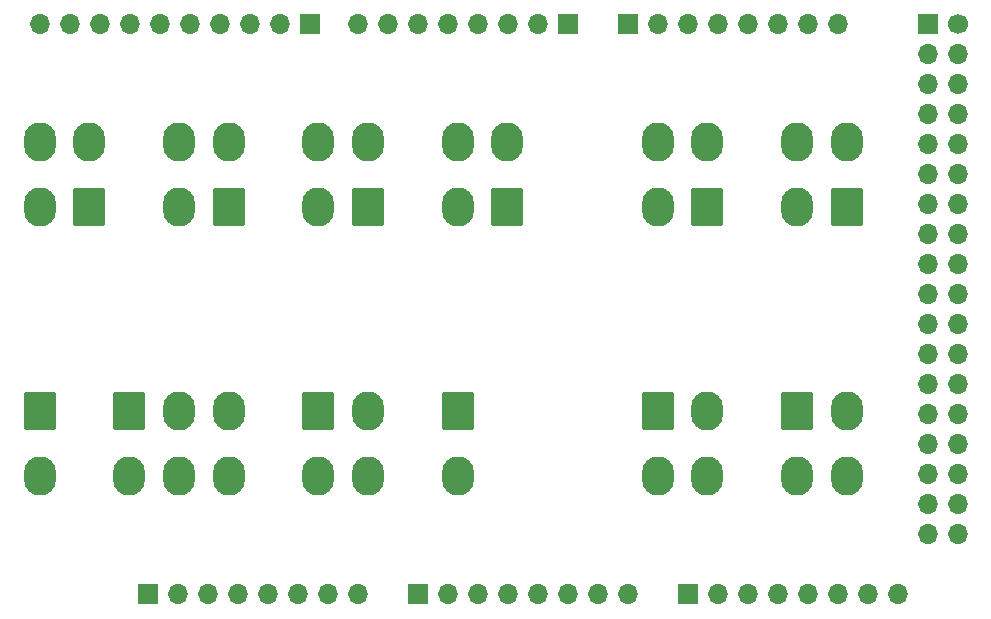
<source format=gbr>
%TF.GenerationSoftware,KiCad,Pcbnew,8.0.1*%
%TF.CreationDate,2024-06-20T14:59:12+09:00*%
%TF.ProjectId,CoolingBoxWireOrganizer,436f6f6c-696e-4674-926f-78576972654f,rev?*%
%TF.SameCoordinates,Original*%
%TF.FileFunction,Soldermask,Bot*%
%TF.FilePolarity,Negative*%
%FSLAX46Y46*%
G04 Gerber Fmt 4.6, Leading zero omitted, Abs format (unit mm)*
G04 Created by KiCad (PCBNEW 8.0.1) date 2024-06-20 14:59:12*
%MOMM*%
%LPD*%
G01*
G04 APERTURE LIST*
G04 Aperture macros list*
%AMRoundRect*
0 Rectangle with rounded corners*
0 $1 Rounding radius*
0 $2 $3 $4 $5 $6 $7 $8 $9 X,Y pos of 4 corners*
0 Add a 4 corners polygon primitive as box body*
4,1,4,$2,$3,$4,$5,$6,$7,$8,$9,$2,$3,0*
0 Add four circle primitives for the rounded corners*
1,1,$1+$1,$2,$3*
1,1,$1+$1,$4,$5*
1,1,$1+$1,$6,$7*
1,1,$1+$1,$8,$9*
0 Add four rect primitives between the rounded corners*
20,1,$1+$1,$2,$3,$4,$5,0*
20,1,$1+$1,$4,$5,$6,$7,0*
20,1,$1+$1,$6,$7,$8,$9,0*
20,1,$1+$1,$8,$9,$2,$3,0*%
G04 Aperture macros list end*
%ADD10RoundRect,0.250001X1.099999X1.399999X-1.099999X1.399999X-1.099999X-1.399999X1.099999X-1.399999X0*%
%ADD11O,2.700000X3.300000*%
%ADD12RoundRect,0.250001X-1.099999X-1.399999X1.099999X-1.399999X1.099999X1.399999X-1.099999X1.399999X0*%
%ADD13C,1.700000*%
%ADD14R,1.700000X1.700000*%
%ADD15O,1.700000X1.700000*%
G04 APERTURE END LIST*
D10*
%TO.C,J18*%
X200450000Y-118040000D03*
D11*
X196250000Y-118040000D03*
X200450000Y-112540000D03*
X196250000Y-112540000D03*
%TD*%
D12*
%TO.C,J17*%
X184450000Y-135300000D03*
D11*
X188650000Y-135300000D03*
X184450000Y-140800000D03*
X188650000Y-140800000D03*
%TD*%
D12*
%TO.C,J11*%
X155712000Y-135300000D03*
D11*
X159912000Y-135300000D03*
X155712000Y-140800000D03*
X159912000Y-140800000D03*
%TD*%
D10*
%TO.C,J14*%
X171712000Y-118040000D03*
D11*
X167512000Y-118040000D03*
X171712000Y-112540000D03*
X167512000Y-112540000D03*
%TD*%
D10*
%TO.C,J12*%
X159912000Y-118040000D03*
D11*
X155712000Y-118040000D03*
X159912000Y-112540000D03*
X155712000Y-112540000D03*
%TD*%
D12*
%TO.C,J2*%
X196250000Y-135300000D03*
D11*
X200450000Y-135300000D03*
X196250000Y-140800000D03*
X200450000Y-140800000D03*
%TD*%
D10*
%TO.C,J9*%
X148112000Y-118040000D03*
D11*
X143912000Y-118040000D03*
X148112000Y-112540000D03*
X143912000Y-112540000D03*
%TD*%
D10*
%TO.C,J1*%
X136312000Y-118040000D03*
D11*
X132112000Y-118040000D03*
X136312000Y-112540000D03*
X132112000Y-112540000D03*
%TD*%
D12*
%TO.C,J16*%
X167512000Y-135300000D03*
D11*
X167512000Y-140800000D03*
%TD*%
D12*
%TO.C,J4*%
X139712000Y-135300000D03*
D11*
X143912000Y-135300000D03*
X148112000Y-135300000D03*
X139712000Y-140800000D03*
X143912000Y-140800000D03*
X148112000Y-140800000D03*
%TD*%
D12*
%TO.C,J3*%
X132112000Y-135300000D03*
D11*
X132112000Y-140800000D03*
%TD*%
D10*
%TO.C,J19*%
X188650000Y-118040000D03*
D11*
X184450000Y-118040000D03*
X188650000Y-112540000D03*
X184450000Y-112540000D03*
%TD*%
D13*
%TO.C,J15*%
X209836000Y-102540000D03*
D14*
X207296000Y-102540000D03*
D15*
X209836000Y-105080000D03*
X207296000Y-105080000D03*
X209836000Y-107620000D03*
X207296000Y-107620000D03*
X209836000Y-110160000D03*
X207296000Y-110160000D03*
X209836000Y-112700000D03*
X207296000Y-112700000D03*
X209836000Y-115240000D03*
X207296000Y-115240000D03*
X209836000Y-117780000D03*
X207296000Y-117780000D03*
X209836000Y-120320000D03*
X207296000Y-120320000D03*
X209836000Y-122860000D03*
X207296000Y-122860000D03*
X209836000Y-125400000D03*
X207296000Y-125400000D03*
X209836000Y-127940000D03*
X207296000Y-127940000D03*
X209836000Y-130480000D03*
X207296000Y-130480000D03*
X209836000Y-133020000D03*
X207296000Y-133020000D03*
X209836000Y-135560000D03*
X207296000Y-135560000D03*
X209836000Y-138100000D03*
X207296000Y-138100000D03*
X209836000Y-140640000D03*
X207296000Y-140640000D03*
X209836000Y-143180000D03*
X207296000Y-143180000D03*
X209836000Y-145720000D03*
X207296000Y-145720000D03*
%TD*%
D14*
%TO.C,J10*%
X186976000Y-150800000D03*
D15*
X189516000Y-150800000D03*
X192056000Y-150800000D03*
X194596000Y-150800000D03*
X197136000Y-150800000D03*
X199676000Y-150800000D03*
X202216000Y-150800000D03*
X204756000Y-150800000D03*
%TD*%
D14*
%TO.C,J6*%
X141256000Y-150800000D03*
D15*
X143796000Y-150800000D03*
X146336000Y-150800000D03*
X148876000Y-150800000D03*
X151416000Y-150800000D03*
X153956000Y-150800000D03*
X156496000Y-150800000D03*
X159036000Y-150800000D03*
%TD*%
D14*
%TO.C,J5*%
X154972000Y-102540000D03*
D15*
X152432000Y-102540000D03*
X149892000Y-102540000D03*
X147352000Y-102540000D03*
X144812000Y-102540000D03*
X142272000Y-102540000D03*
X139732000Y-102540000D03*
X137192000Y-102540000D03*
X134652000Y-102540000D03*
X132112000Y-102540000D03*
%TD*%
D14*
%TO.C,J7*%
X164116000Y-150800000D03*
D15*
X166656000Y-150800000D03*
X169196000Y-150800000D03*
X171736000Y-150800000D03*
X174276000Y-150800000D03*
X176816000Y-150800000D03*
X179356000Y-150800000D03*
X181896000Y-150800000D03*
%TD*%
D14*
%TO.C,J13*%
X181896000Y-102540000D03*
D15*
X184436000Y-102540000D03*
X186976000Y-102540000D03*
X189516000Y-102540000D03*
X192056000Y-102540000D03*
X194596000Y-102540000D03*
X197136000Y-102540000D03*
X199676000Y-102540000D03*
%TD*%
D14*
%TO.C,J8*%
X176816000Y-102540000D03*
D15*
X174276000Y-102540000D03*
X171736000Y-102540000D03*
X169196000Y-102540000D03*
X166656000Y-102540000D03*
X164116000Y-102540000D03*
X161576000Y-102540000D03*
X159036000Y-102540000D03*
%TD*%
M02*

</source>
